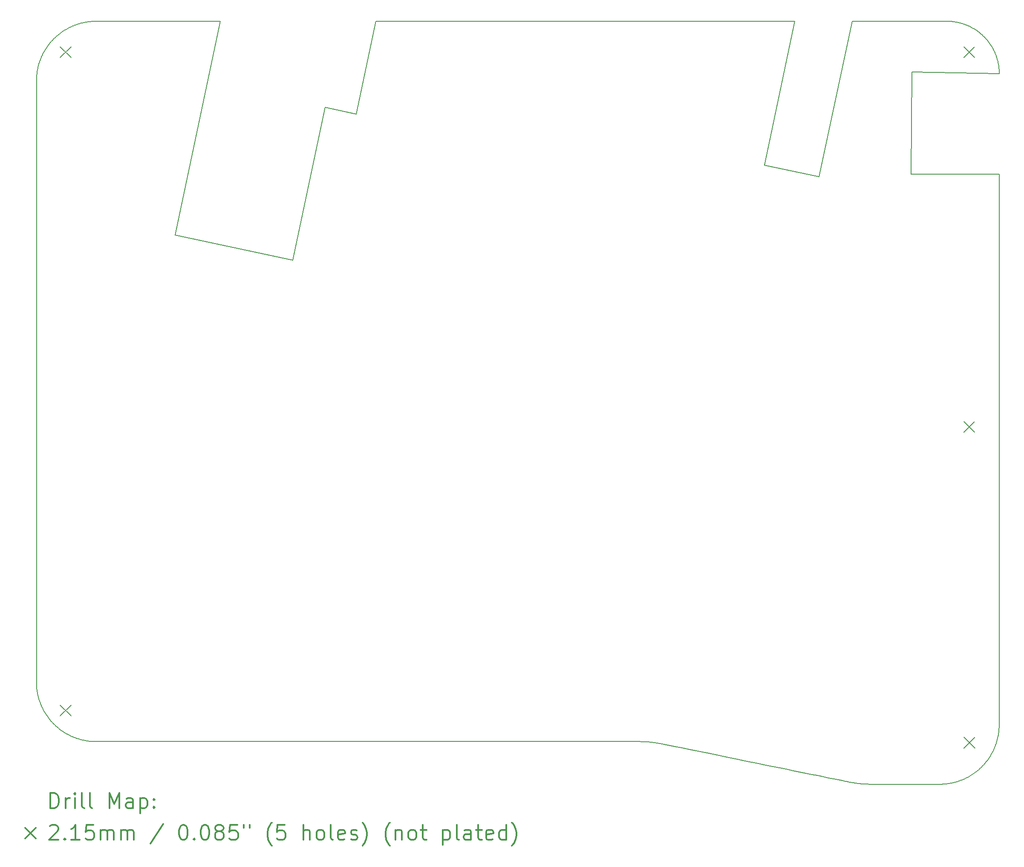
<source format=gbr>
%FSLAX45Y45*%
G04 Gerber Fmt 4.5, Leading zero omitted, Abs format (unit mm)*
G04 Created by KiCad (PCBNEW (5.1.5-0-10_14)) date 2020-04-18 18:05:54*
%MOMM*%
%LPD*%
G04 APERTURE LIST*
%TA.AperFunction,Profile*%
%ADD10C,0.200000*%
%TD*%
%ADD11C,0.200000*%
%ADD12C,0.300000*%
G04 APERTURE END LIST*
D10*
X19134126Y-3178679D02*
X19117707Y-5212163D01*
X20867126Y-3210013D02*
X19134126Y-3178679D01*
X20867126Y-3209981D02*
X20867126Y-3210013D01*
X1737571Y-3353928D02*
X1737750Y-3333131D01*
X1737750Y-3333131D02*
X1738244Y-3313610D01*
X1738244Y-3313610D02*
X1739053Y-3294167D01*
X1739053Y-3294167D02*
X1740203Y-3274336D01*
X1740203Y-3274336D02*
X1741639Y-3255063D01*
X1741639Y-3255063D02*
X1743427Y-3235409D01*
X1743427Y-3235409D02*
X1745427Y-3216779D01*
X1745427Y-3216779D02*
X1747713Y-3198235D01*
X1747713Y-3198235D02*
X1750217Y-3180242D01*
X1750217Y-3180242D02*
X1752914Y-3162794D01*
X1752914Y-3162794D02*
X1755945Y-3144975D01*
X1755945Y-3144975D02*
X1759153Y-3127701D01*
X1759153Y-3127701D02*
X1762516Y-3110967D01*
X1762516Y-3110967D02*
X1766113Y-3094319D01*
X1766113Y-3094319D02*
X1769942Y-3077759D01*
X1769942Y-3077759D02*
X1774003Y-3061288D01*
X1774003Y-3061288D02*
X1778292Y-3044908D01*
X1778292Y-3044908D02*
X1782808Y-3028622D01*
X1782808Y-3028622D02*
X1787549Y-3012431D01*
X1787549Y-3012431D02*
X1792377Y-2996770D01*
X1792377Y-2996770D02*
X1797271Y-2981633D01*
X1797271Y-2981633D02*
X1802363Y-2966586D01*
X1802363Y-2966586D02*
X1807650Y-2951631D01*
X1807650Y-2951631D02*
X1813291Y-2936344D01*
X1813291Y-2936344D02*
X1819134Y-2921158D01*
X1819134Y-2921158D02*
X1825351Y-2905655D01*
X1825351Y-2905655D02*
X1831426Y-2891091D01*
X1831426Y-2891091D02*
X1837506Y-2877037D01*
X1837506Y-2877037D02*
X1843763Y-2863078D01*
X1843763Y-2863078D02*
X1850193Y-2849216D01*
X1850193Y-2849216D02*
X1856797Y-2835451D01*
X1856797Y-2835451D02*
X1863572Y-2821784D01*
X1863572Y-2821784D02*
X1870931Y-2807424D01*
X1870931Y-2807424D02*
X1878478Y-2793177D01*
X1878478Y-2793177D02*
X1885562Y-2780220D01*
X1885562Y-2780220D02*
X1892801Y-2767361D01*
X1892801Y-2767361D02*
X1900422Y-2754217D01*
X1900422Y-2754217D02*
X1908901Y-2740035D01*
X1908901Y-2740035D02*
X1916624Y-2727495D01*
X1916624Y-2727495D02*
X1925463Y-2713559D01*
X1925463Y-2713559D02*
X1933750Y-2700870D01*
X1933750Y-2700870D02*
X1941945Y-2688662D01*
X1941945Y-2688662D02*
X1951306Y-2675102D01*
X1951306Y-2675102D02*
X1959810Y-2663124D01*
X1959810Y-2663124D02*
X1968459Y-2651257D01*
X1968459Y-2651257D02*
X1977250Y-2639502D01*
X1977250Y-2639502D02*
X1987275Y-2626456D01*
X1987275Y-2626456D02*
X1996365Y-2614943D01*
X1996365Y-2614943D02*
X2005312Y-2603889D01*
X2005312Y-2603889D02*
X2014674Y-2592605D01*
X2014674Y-2592605D02*
X2023883Y-2581776D01*
X2023883Y-2581776D02*
X2033219Y-2571059D01*
X2033219Y-2571059D02*
X2042680Y-2560456D01*
X2042680Y-2560456D02*
X2052266Y-2549967D01*
X2052266Y-2549967D02*
X2062282Y-2539273D01*
X2062282Y-2539273D02*
X2072118Y-2529022D01*
X2072118Y-2529022D02*
X2082075Y-2518888D01*
X2082075Y-2518888D02*
X2092153Y-2508875D01*
X2092153Y-2508875D02*
X2102349Y-2498982D01*
X2102349Y-2498982D02*
X2113311Y-2488604D01*
X2113311Y-2488604D02*
X2126377Y-2476572D01*
X2126377Y-2476572D02*
X2136958Y-2467087D01*
X2136958Y-2467087D02*
X2147654Y-2457728D01*
X2147654Y-2457728D02*
X2158462Y-2448495D01*
X2158462Y-2448495D02*
X2169725Y-2439108D01*
X2169725Y-2439108D02*
X2180758Y-2430137D01*
X2180758Y-2430137D02*
X2192251Y-2421022D01*
X2192251Y-2421022D02*
X2204212Y-2411777D01*
X2204212Y-2411777D02*
X2216294Y-2402681D01*
X2216294Y-2402681D02*
X2228133Y-2393999D01*
X2228133Y-2393999D02*
X2240812Y-2384946D01*
X2240812Y-2384946D02*
X2253982Y-2375806D01*
X2253982Y-2375806D02*
X2266168Y-2367581D01*
X2266168Y-2367581D02*
X2278460Y-2359503D01*
X2278460Y-2359503D02*
X2291235Y-2351336D01*
X2291235Y-2351336D02*
X2304882Y-2342864D01*
X2304882Y-2342864D02*
X2317500Y-2335256D01*
X2317500Y-2335256D02*
X2330219Y-2327801D01*
X2330219Y-2327801D02*
X2343039Y-2320500D01*
X2343039Y-2320500D02*
X2356351Y-2313141D01*
X2356351Y-2313141D02*
X2369371Y-2306157D01*
X2369371Y-2306157D02*
X2383285Y-2298924D01*
X2383285Y-2298924D02*
X2397306Y-2291870D01*
X2397306Y-2291870D02*
X2411028Y-2285190D01*
X2411028Y-2285190D02*
X2424848Y-2278683D01*
X2424848Y-2278683D02*
X2438764Y-2272350D01*
X2438764Y-2272350D02*
X2452776Y-2266191D01*
X2452776Y-2266191D02*
X2466882Y-2260209D01*
X2466882Y-2260209D02*
X2481081Y-2254405D01*
X2481081Y-2254405D02*
X2496214Y-2248454D01*
X2496214Y-2248454D02*
X2511872Y-2242550D01*
X2511872Y-2242550D02*
X2527208Y-2237012D01*
X2527208Y-2237012D02*
X2542641Y-2231680D01*
X2542641Y-2231680D02*
X2557737Y-2226695D01*
X2557737Y-2226695D02*
X2573356Y-2221774D01*
X2573356Y-2221774D02*
X2589068Y-2217063D01*
X2589068Y-2217063D02*
X2605311Y-2212444D01*
X2605311Y-2212444D02*
X2621648Y-2208050D01*
X2621648Y-2208050D02*
X2637632Y-2203994D01*
X2637632Y-2203994D02*
X2654597Y-2199949D01*
X2654597Y-2199949D02*
X2672105Y-2196051D01*
X2672105Y-2196051D02*
X2688805Y-2192593D01*
X2688805Y-2192593D02*
X2705589Y-2189371D01*
X2705589Y-2189371D02*
X2722914Y-2186308D01*
X2722914Y-2186308D02*
X2741243Y-2183356D01*
X2741243Y-2183356D02*
X2759203Y-2180749D01*
X2759203Y-2180749D02*
X2777712Y-2178356D01*
X2777712Y-2178356D02*
X2795845Y-2176298D01*
X2795845Y-2176298D02*
X2814526Y-2174471D01*
X2814526Y-2174471D02*
X2833292Y-2172935D01*
X2833292Y-2172935D02*
X2854973Y-2171531D01*
X2854973Y-2171531D02*
X2874385Y-2170609D01*
X2874385Y-2170609D02*
X2893878Y-2170000D01*
X2893878Y-2170000D02*
X2914406Y-2169699D01*
X2914406Y-2169699D02*
X2921826Y-2169677D01*
X1737571Y-15306857D02*
X1737571Y-3353928D01*
X17862326Y-17291649D02*
X17836064Y-17286291D01*
X17836064Y-17286291D02*
X17808639Y-17280696D01*
X17808639Y-17280696D02*
X17750401Y-17268816D01*
X17750401Y-17268816D02*
X17665478Y-17251491D01*
X17665478Y-17251491D02*
X17573145Y-17232654D01*
X17573145Y-17232654D02*
X17473951Y-17212418D01*
X17473951Y-17212418D02*
X17368445Y-17190893D01*
X17368445Y-17190893D02*
X17257175Y-17168193D01*
X17257175Y-17168193D02*
X17140691Y-17144428D01*
X17140691Y-17144428D02*
X17019541Y-17119712D01*
X17019541Y-17119712D02*
X16894274Y-17094155D01*
X16894274Y-17094155D02*
X16765440Y-17067871D01*
X16765440Y-17067871D02*
X16633587Y-17040970D01*
X16633587Y-17040970D02*
X16499263Y-17013566D01*
X16499263Y-17013566D02*
X16363019Y-16985769D01*
X16363019Y-16985769D02*
X16225402Y-16957692D01*
X16225402Y-16957692D02*
X16086962Y-16929448D01*
X16086962Y-16929448D02*
X15948248Y-16901147D01*
X15948248Y-16901147D02*
X15809808Y-16872902D01*
X15809808Y-16872902D02*
X15672191Y-16844825D01*
X15672191Y-16844825D02*
X15535947Y-16817028D01*
X15535947Y-16817028D02*
X15335011Y-16776032D01*
X15335011Y-16776032D02*
X15140936Y-16736436D01*
X15140936Y-16736436D02*
X15015669Y-16710878D01*
X15015669Y-16710878D02*
X14835042Y-16674025D01*
X14835042Y-16674025D02*
X14666765Y-16639691D01*
X14666765Y-16639691D02*
X14561259Y-16618165D01*
X14561259Y-16618165D02*
X14462065Y-16597926D01*
X14462065Y-16597926D02*
X14369732Y-16579087D01*
X14369732Y-16579087D02*
X14284809Y-16561760D01*
X14284809Y-16561760D02*
X14207845Y-16546056D01*
X14207845Y-16546056D02*
X14172885Y-16538923D01*
X18335839Y-17339464D02*
X18315572Y-17339376D01*
X18315572Y-17339376D02*
X18295718Y-17339123D01*
X18295718Y-17339123D02*
X18275755Y-17338701D01*
X18275755Y-17338701D02*
X18256206Y-17338125D01*
X18256206Y-17338125D02*
X18236085Y-17337362D01*
X18236085Y-17337362D02*
X18216903Y-17336476D01*
X18216903Y-17336476D02*
X18197614Y-17335428D01*
X18197614Y-17335428D02*
X18178105Y-17334207D01*
X18178105Y-17334207D02*
X18158608Y-17332825D01*
X18158608Y-17332825D02*
X18140051Y-17331359D01*
X18140051Y-17331359D02*
X18121275Y-17329727D01*
X18121275Y-17329727D02*
X18102745Y-17327968D01*
X18102745Y-17327968D02*
X18084461Y-17326088D01*
X18084461Y-17326088D02*
X18065960Y-17324040D01*
X18065960Y-17324040D02*
X18047360Y-17321832D01*
X18047360Y-17321832D02*
X18029238Y-17319537D01*
X18029238Y-17319537D02*
X18011249Y-17317119D01*
X18011249Y-17317119D02*
X17993278Y-17314562D01*
X17993278Y-17314562D02*
X17975555Y-17311903D01*
X17975555Y-17311903D02*
X17958080Y-17309146D01*
X17958080Y-17309146D02*
X17940624Y-17306259D01*
X17940624Y-17306259D02*
X17923188Y-17303241D01*
X17923188Y-17303241D02*
X17905772Y-17300092D01*
X17905772Y-17300092D02*
X17888605Y-17296856D01*
X17888605Y-17296856D02*
X17871004Y-17293402D01*
X17871004Y-17293402D02*
X17862326Y-17291649D01*
X19681023Y-17339464D02*
X18335839Y-17339464D01*
X19824970Y-2169677D02*
X19844924Y-2169864D01*
X19844924Y-2169864D02*
X19865414Y-2170447D01*
X19865414Y-2170447D02*
X19885387Y-2171399D01*
X19885387Y-2171399D02*
X19904435Y-2172661D01*
X19904435Y-2172661D02*
X19922978Y-2174225D01*
X19922978Y-2174225D02*
X19941835Y-2176156D01*
X19941835Y-2176156D02*
X19959779Y-2178316D01*
X19959779Y-2178316D02*
X19977628Y-2180778D01*
X19977628Y-2180778D02*
X19994977Y-2183475D01*
X19994977Y-2183475D02*
X20012230Y-2186455D01*
X20012230Y-2186455D02*
X20029386Y-2189718D01*
X20029386Y-2189718D02*
X20046045Y-2193173D01*
X20046045Y-2193173D02*
X20062606Y-2196893D01*
X20062606Y-2196893D02*
X20079458Y-2200972D01*
X20079458Y-2200972D02*
X20095425Y-2205115D01*
X20095425Y-2205115D02*
X20112835Y-2209944D01*
X20112835Y-2209944D02*
X20129738Y-2214948D01*
X20129738Y-2214948D02*
X20146521Y-2220229D01*
X20146521Y-2220229D02*
X20163180Y-2225784D01*
X20163180Y-2225784D02*
X20178965Y-2231340D01*
X20178965Y-2231340D02*
X20194261Y-2237001D01*
X20194261Y-2237001D02*
X20209074Y-2242746D01*
X20209074Y-2242746D02*
X20223411Y-2248557D01*
X20223411Y-2248557D02*
X20237641Y-2254575D01*
X20237641Y-2254575D02*
X20251582Y-2260715D01*
X20251582Y-2260715D02*
X20266131Y-2267386D01*
X20266131Y-2267386D02*
X20280027Y-2274014D01*
X20280027Y-2274014D02*
X20293457Y-2280663D01*
X20293457Y-2280663D02*
X20306777Y-2287499D01*
X20306777Y-2287499D02*
X20320331Y-2294706D01*
X20320331Y-2294706D02*
X20334794Y-2302683D01*
X20334794Y-2302683D02*
X20347758Y-2310092D01*
X20347758Y-2310092D02*
X20360605Y-2317680D01*
X20360605Y-2317680D02*
X20373333Y-2325445D01*
X20373333Y-2325445D02*
X20385941Y-2333387D01*
X20385941Y-2333387D02*
X20398099Y-2341287D01*
X20398099Y-2341287D02*
X20410140Y-2349351D01*
X20410140Y-2349351D02*
X20423023Y-2358250D01*
X20423023Y-2358250D02*
X20434815Y-2366650D01*
X20434815Y-2366650D02*
X20446484Y-2375208D01*
X20446484Y-2375208D02*
X20458650Y-2384399D01*
X20458650Y-2384399D02*
X20470369Y-2393520D01*
X20470369Y-2393520D02*
X20481651Y-2402558D01*
X20481651Y-2402558D02*
X20493105Y-2411999D01*
X20493105Y-2411999D02*
X20504716Y-2421853D01*
X20504716Y-2421853D02*
X20516473Y-2432132D01*
X20516473Y-2432132D02*
X20527497Y-2442057D01*
X20527497Y-2442057D02*
X20538094Y-2451868D01*
X20538094Y-2451868D02*
X20549677Y-2462909D01*
X20549677Y-2462909D02*
X20559984Y-2473022D01*
X20559984Y-2473022D02*
X20570150Y-2483277D01*
X20570150Y-2483277D02*
X20580174Y-2493670D01*
X20580174Y-2493670D02*
X20590055Y-2504202D01*
X20590055Y-2504202D02*
X20599791Y-2514870D01*
X20599791Y-2514870D02*
X20609637Y-2525966D01*
X20609637Y-2525966D02*
X20619327Y-2537202D01*
X20619327Y-2537202D02*
X20629108Y-2548879D01*
X20629108Y-2548879D02*
X20638231Y-2560089D01*
X20638231Y-2560089D02*
X20647442Y-2571736D01*
X20647442Y-2571736D02*
X20656254Y-2583205D01*
X20656254Y-2583205D02*
X20664909Y-2594799D01*
X20664909Y-2594799D02*
X20673862Y-2607153D01*
X20673862Y-2607153D02*
X20682191Y-2618998D01*
X20682191Y-2618998D02*
X20690797Y-2631614D01*
X20690797Y-2631614D02*
X20698794Y-2643705D01*
X20698794Y-2643705D02*
X20706835Y-2656244D01*
X20706835Y-2656244D02*
X20714907Y-2669239D01*
X20714907Y-2669239D02*
X20722593Y-2682023D01*
X20722593Y-2682023D02*
X20730100Y-2694924D01*
X20730100Y-2694924D02*
X20737427Y-2707943D01*
X20737427Y-2707943D02*
X20745498Y-2722812D01*
X20745498Y-2722812D02*
X20752435Y-2736073D01*
X20752435Y-2736073D02*
X20759187Y-2749445D01*
X20759187Y-2749445D02*
X20765751Y-2762926D01*
X20765751Y-2762926D02*
X20772951Y-2778311D01*
X20772951Y-2778311D02*
X20779270Y-2792382D01*
X20779270Y-2792382D02*
X20785848Y-2807658D01*
X20785848Y-2807658D02*
X20791743Y-2821954D01*
X20791743Y-2821954D02*
X20797861Y-2837468D01*
X20797861Y-2837468D02*
X20803873Y-2853477D01*
X20803873Y-2853477D02*
X20809367Y-2868855D01*
X20809367Y-2868855D02*
X20814500Y-2883965D01*
X20814500Y-2883965D02*
X20819767Y-2900324D01*
X20819767Y-2900324D02*
X20824657Y-2916414D01*
X20824657Y-2916414D02*
X20829186Y-2932226D01*
X20829186Y-2932226D02*
X20833572Y-2948529D01*
X20833572Y-2948529D02*
X20837748Y-2965132D01*
X20837748Y-2965132D02*
X20841657Y-2981840D01*
X20841657Y-2981840D02*
X20845339Y-2998848D01*
X20845339Y-2998848D02*
X20848666Y-3015559D01*
X20848666Y-3015559D02*
X20852073Y-3034372D01*
X20852073Y-3034372D02*
X20854893Y-3051685D01*
X20854893Y-3051685D02*
X20857483Y-3069499D01*
X20857483Y-3069499D02*
X20859772Y-3087408D01*
X20859772Y-3087408D02*
X20861880Y-3106643D01*
X20861880Y-3106643D02*
X20863570Y-3125155D01*
X20863570Y-3125155D02*
X20864990Y-3144589D01*
X20864990Y-3144589D02*
X20866033Y-3163703D01*
X20866033Y-3163703D02*
X20866744Y-3183326D01*
X20866744Y-3183326D02*
X20867094Y-3203460D01*
X20867094Y-3203460D02*
X20867126Y-3209981D01*
X2921826Y-16491108D02*
X2901984Y-16490945D01*
X2901984Y-16490945D02*
X2881508Y-16490434D01*
X2881508Y-16490434D02*
X2862066Y-16489626D01*
X2862066Y-16489626D02*
X2842234Y-16488475D01*
X2842234Y-16488475D02*
X2822961Y-16487040D01*
X2822961Y-16487040D02*
X2804241Y-16485344D01*
X2804241Y-16485344D02*
X2786071Y-16483412D01*
X2786071Y-16483412D02*
X2767984Y-16481207D01*
X2767984Y-16481207D02*
X2749521Y-16478664D01*
X2749521Y-16478664D02*
X2731608Y-16475913D01*
X2731608Y-16475913D02*
X2713329Y-16472814D01*
X2713329Y-16472814D02*
X2694692Y-16469349D01*
X2694692Y-16469349D02*
X2677963Y-16465974D01*
X2677963Y-16465974D02*
X2659973Y-16462061D01*
X2659973Y-16462061D02*
X2643425Y-16458201D01*
X2643425Y-16458201D02*
X2626080Y-16453882D01*
X2626080Y-16453882D02*
X2610158Y-16449670D01*
X2610158Y-16449670D02*
X2593887Y-16445117D01*
X2593887Y-16445117D02*
X2577711Y-16440340D01*
X2577711Y-16440340D02*
X2562066Y-16435477D01*
X2562066Y-16435477D02*
X2546083Y-16430261D01*
X2546083Y-16430261D02*
X2531057Y-16425124D01*
X2531057Y-16425124D02*
X2516123Y-16419793D01*
X2516123Y-16419793D02*
X2501281Y-16414268D01*
X2501281Y-16414268D02*
X2486114Y-16408385D01*
X2486114Y-16408385D02*
X2471466Y-16402472D01*
X2471466Y-16402472D02*
X2457330Y-16396547D01*
X2457330Y-16396547D02*
X2442875Y-16390263D01*
X2442875Y-16390263D02*
X2428113Y-16383606D01*
X2428113Y-16383606D02*
X2413459Y-16376754D01*
X2413459Y-16376754D02*
X2398513Y-16369510D01*
X2398513Y-16369510D02*
X2384483Y-16362471D01*
X2384483Y-16362471D02*
X2369371Y-16354626D01*
X2369371Y-16354626D02*
X2355958Y-16347429D01*
X2355958Y-16347429D02*
X2342649Y-16340065D01*
X2342649Y-16340065D02*
X2329832Y-16332759D01*
X2329832Y-16332759D02*
X2316732Y-16325071D01*
X2316732Y-16325071D02*
X2303740Y-16317221D01*
X2303740Y-16317221D02*
X2290858Y-16309209D01*
X2290858Y-16309209D02*
X2278086Y-16301038D01*
X2278086Y-16301038D02*
X2264685Y-16292214D01*
X2264685Y-16292214D02*
X2251411Y-16283214D01*
X2251411Y-16283214D02*
X2238630Y-16274297D01*
X2238630Y-16274297D02*
X2226692Y-16265740D01*
X2226692Y-16265740D02*
X2214153Y-16256508D01*
X2214153Y-16256508D02*
X2201387Y-16246845D01*
X2201387Y-16246845D02*
X2189803Y-16237840D01*
X2189803Y-16237840D02*
X2177298Y-16227857D01*
X2177298Y-16227857D02*
X2166299Y-16218845D01*
X2166299Y-16218845D02*
X2155411Y-16209704D01*
X2155411Y-16209704D02*
X2144634Y-16200436D01*
X2144634Y-16200436D02*
X2133970Y-16191041D01*
X2133970Y-16191041D02*
X2123421Y-16181521D01*
X2123421Y-16181521D02*
X2112015Y-16170966D01*
X2112015Y-16170966D02*
X2101708Y-16161187D01*
X2101708Y-16161187D02*
X2091519Y-16151287D01*
X2091519Y-16151287D02*
X2081449Y-16141266D01*
X2081449Y-16141266D02*
X2071500Y-16131125D01*
X2071500Y-16131125D02*
X2061366Y-16120544D01*
X2061366Y-16120544D02*
X2050460Y-16108858D01*
X2050460Y-16108858D02*
X2040897Y-16098348D01*
X2040897Y-16098348D02*
X2031458Y-16087724D01*
X2031458Y-16087724D02*
X2021858Y-16076649D01*
X2021858Y-16076649D02*
X2012677Y-16065795D01*
X2012677Y-16065795D02*
X2003625Y-16054830D01*
X2003625Y-16054830D02*
X1994425Y-16043408D01*
X1994425Y-16043408D02*
X1984820Y-16031167D01*
X1984820Y-16031167D02*
X1975909Y-16019508D01*
X1975909Y-16019508D02*
X1966876Y-16007377D01*
X1966876Y-16007377D02*
X1957995Y-15995128D01*
X1957995Y-15995128D02*
X1949267Y-15982762D01*
X1949267Y-15982762D02*
X1940943Y-15970648D01*
X1940943Y-15970648D02*
X1932767Y-15958427D01*
X1932767Y-15958427D02*
X1924739Y-15946099D01*
X1924739Y-15946099D02*
X1916624Y-15933288D01*
X1916624Y-15933288D02*
X1908901Y-15920749D01*
X1908901Y-15920749D02*
X1901102Y-15907721D01*
X1901102Y-15907721D02*
X1893689Y-15894974D01*
X1893689Y-15894974D02*
X1886431Y-15882128D01*
X1886431Y-15882128D02*
X1878903Y-15868394D01*
X1878903Y-15868394D02*
X1871552Y-15854551D01*
X1871552Y-15854551D02*
X1864583Y-15841000D01*
X1864583Y-15841000D02*
X1857585Y-15826946D01*
X1857585Y-15826946D02*
X1850769Y-15812786D01*
X1850769Y-15812786D02*
X1844323Y-15798932D01*
X1844323Y-15798932D02*
X1837870Y-15784570D01*
X1837870Y-15784570D02*
X1831602Y-15770108D01*
X1831602Y-15770108D02*
X1825693Y-15755963D01*
X1825693Y-15755963D02*
X1819465Y-15740466D01*
X1819465Y-15740466D02*
X1813610Y-15725285D01*
X1813610Y-15725285D02*
X1807804Y-15709579D01*
X1807804Y-15709579D02*
X1802511Y-15694626D01*
X1802511Y-15694626D02*
X1797271Y-15679150D01*
X1797271Y-15679150D02*
X1792103Y-15663146D01*
X1792103Y-15663146D02*
X1787287Y-15647480D01*
X1787287Y-15647480D02*
X1782558Y-15631284D01*
X1782558Y-15631284D02*
X1778054Y-15614992D01*
X1778054Y-15614992D02*
X1773890Y-15599052D01*
X1773890Y-15599052D02*
X1769836Y-15582579D01*
X1769836Y-15582579D02*
X1765913Y-15565567D01*
X1765913Y-15565567D02*
X1762235Y-15548463D01*
X1762235Y-15548463D02*
X1758891Y-15531722D01*
X1758891Y-15531722D02*
X1755622Y-15513985D01*
X1755622Y-15513985D02*
X1752692Y-15496615D01*
X1752692Y-15496615D02*
X1749947Y-15478700D01*
X1749947Y-15478700D02*
X1747412Y-15460235D01*
X1747412Y-15460235D02*
X1745214Y-15442146D01*
X1745214Y-15442146D02*
X1743289Y-15423974D01*
X1743289Y-15423974D02*
X1741562Y-15404783D01*
X1741562Y-15404783D02*
X1740141Y-15385505D01*
X1740141Y-15385505D02*
X1739029Y-15366143D01*
X1739029Y-15366143D02*
X1738213Y-15346224D01*
X1738213Y-15346224D02*
X1737734Y-15326698D01*
X1737734Y-15326698D02*
X1737571Y-15306857D01*
X13699403Y-16491108D02*
X2921826Y-16491108D01*
X14172885Y-16538923D02*
X14155069Y-16535357D01*
X14155069Y-16535357D02*
X14137915Y-16532059D01*
X14137915Y-16532059D02*
X14120855Y-16528909D01*
X14120855Y-16528909D02*
X14103775Y-16525884D01*
X14103775Y-16525884D02*
X14086331Y-16522928D01*
X14086331Y-16522928D02*
X14069097Y-16520139D01*
X14069097Y-16520139D02*
X14051385Y-16517408D01*
X14051385Y-16517408D02*
X14033769Y-16514828D01*
X14033769Y-16514828D02*
X14015675Y-16512318D01*
X14015675Y-16512318D02*
X13996293Y-16509788D01*
X13996293Y-16509788D02*
X13978278Y-16507582D01*
X13978278Y-16507582D02*
X13959092Y-16505386D01*
X13959092Y-16505386D02*
X13940930Y-16503454D01*
X13940930Y-16503454D02*
X13922290Y-16501618D01*
X13922290Y-16501618D02*
X13903521Y-16499919D01*
X13903521Y-16499919D02*
X13884970Y-16498387D01*
X13884970Y-16498387D02*
X13865478Y-16496937D01*
X13865478Y-16496937D02*
X13845974Y-16495647D01*
X13845974Y-16495647D02*
X13826691Y-16494530D01*
X13826691Y-16494530D02*
X13807515Y-16493576D01*
X13807515Y-16493576D02*
X13787282Y-16492738D01*
X13787282Y-16492738D02*
X13767855Y-16492097D01*
X13767855Y-16492097D02*
X13747373Y-16491593D01*
X13747373Y-16491593D02*
X13726885Y-16491267D01*
X13726885Y-16491267D02*
X13706390Y-16491118D01*
X13706390Y-16491118D02*
X13699403Y-16491108D01*
X5394049Y-2169677D02*
X5394049Y-2169677D01*
X2921826Y-2169677D02*
X5394049Y-2169677D01*
X19117707Y-5212163D02*
X20865278Y-5212163D01*
X16806727Y-2169677D02*
X16198949Y-5029050D01*
X8483639Y-2169677D02*
X16806727Y-2169677D01*
X8091874Y-4012746D02*
X8483639Y-2169677D01*
X7474570Y-3881553D02*
X8091874Y-4012746D01*
X6828408Y-6921439D02*
X7474570Y-3881553D01*
X4489698Y-6424332D02*
X6828408Y-6921439D01*
X5394049Y-2169677D02*
X4489698Y-6424332D01*
X20865278Y-16155212D02*
X20865090Y-16176485D01*
X20865090Y-16176485D02*
X20864588Y-16196005D01*
X20864588Y-16196005D02*
X20863748Y-16215918D01*
X20863748Y-16215918D02*
X20862614Y-16235274D01*
X20862614Y-16235274D02*
X20861209Y-16254076D01*
X20861209Y-16254076D02*
X20859513Y-16272796D01*
X20859513Y-16272796D02*
X20857581Y-16290966D01*
X20857581Y-16290966D02*
X20855135Y-16310904D01*
X20855135Y-16310904D02*
X20852564Y-16329357D01*
X20852564Y-16329357D02*
X20849860Y-16346803D01*
X20849860Y-16346803D02*
X20846903Y-16364164D01*
X20846903Y-16364164D02*
X20843695Y-16381438D01*
X20843695Y-16381438D02*
X20840332Y-16398172D01*
X20840332Y-16398172D02*
X20836735Y-16414820D01*
X20836735Y-16414820D02*
X20832905Y-16431381D01*
X20832905Y-16431381D02*
X20828733Y-16448295D01*
X20828733Y-16448295D02*
X20824556Y-16464231D01*
X20824556Y-16464231D02*
X20819915Y-16480956D01*
X20819915Y-16480956D02*
X20815299Y-16496708D01*
X20815299Y-16496708D02*
X20810471Y-16512369D01*
X20810471Y-16512369D02*
X20805577Y-16527506D01*
X20805577Y-16527506D02*
X20800485Y-16542553D01*
X20800485Y-16542553D02*
X20795198Y-16557508D01*
X20795198Y-16557508D02*
X20789558Y-16572795D01*
X20789558Y-16572795D02*
X20783879Y-16587561D01*
X20783879Y-16587561D02*
X20778009Y-16602231D01*
X20778009Y-16602231D02*
X20771951Y-16616804D01*
X20771951Y-16616804D02*
X20765885Y-16630866D01*
X20765885Y-16630866D02*
X20759644Y-16644833D01*
X20759644Y-16644833D02*
X20753229Y-16658704D01*
X20753229Y-16658704D02*
X20746248Y-16673285D01*
X20746248Y-16673285D02*
X20739478Y-16686954D01*
X20739478Y-16686954D02*
X20732124Y-16701318D01*
X20732124Y-16701318D02*
X20724582Y-16715567D01*
X20724582Y-16715567D02*
X20717286Y-16728919D01*
X20717286Y-16728919D02*
X20709381Y-16742942D01*
X20709381Y-16742942D02*
X20701745Y-16756077D01*
X20701745Y-16756077D02*
X20693948Y-16769104D01*
X20693948Y-16769104D02*
X20686224Y-16781644D01*
X20686224Y-16781644D02*
X20678109Y-16794455D01*
X20678109Y-16794455D02*
X20669590Y-16807526D01*
X20669590Y-16807526D02*
X20661404Y-16819741D01*
X20661404Y-16819741D02*
X20653072Y-16831848D01*
X20653072Y-16831848D02*
X20644076Y-16844569D01*
X20644076Y-16844569D02*
X20635445Y-16856449D01*
X20635445Y-16856449D02*
X20626671Y-16868218D01*
X20626671Y-16868218D02*
X20617756Y-16879874D01*
X20617756Y-16879874D02*
X20607592Y-16892807D01*
X20607592Y-16892807D02*
X20598380Y-16904219D01*
X20598380Y-16904219D02*
X20588745Y-16915854D01*
X20588745Y-16915854D02*
X20578095Y-16928373D01*
X20578095Y-16928373D02*
X20568748Y-16939079D01*
X20568748Y-16939079D02*
X20559275Y-16949672D01*
X20559275Y-16949672D02*
X20549676Y-16960149D01*
X20549676Y-16960149D02*
X20539955Y-16970510D01*
X20539955Y-16970510D02*
X20530111Y-16980755D01*
X20530111Y-16980755D02*
X20518579Y-16992452D01*
X20518579Y-16992452D02*
X20508475Y-17002439D01*
X20508475Y-17002439D02*
X20498253Y-17012306D01*
X20498253Y-17012306D02*
X20487914Y-17022050D01*
X20487914Y-17022050D02*
X20476472Y-17032567D01*
X20476472Y-17032567D02*
X20465890Y-17042052D01*
X20465890Y-17042052D02*
X20455194Y-17051411D01*
X20455194Y-17051411D02*
X20444386Y-17060644D01*
X20444386Y-17060644D02*
X20433123Y-17070031D01*
X20433123Y-17070031D02*
X20422090Y-17079002D01*
X20422090Y-17079002D02*
X20410597Y-17088117D01*
X20410597Y-17088117D02*
X20398283Y-17097632D01*
X20398283Y-17097632D02*
X20386197Y-17106723D01*
X20386197Y-17106723D02*
X20373993Y-17115662D01*
X20373993Y-17115662D02*
X20361672Y-17124449D01*
X20361672Y-17124449D02*
X20349234Y-17133082D01*
X20349234Y-17133082D02*
X20336681Y-17141559D01*
X20336681Y-17141559D02*
X20324388Y-17149636D01*
X20324388Y-17149636D02*
X20311990Y-17157565D01*
X20311990Y-17157565D02*
X20298347Y-17166043D01*
X20298347Y-17166043D02*
X20285348Y-17173884D01*
X20285348Y-17173884D02*
X20272242Y-17181562D01*
X20272242Y-17181562D02*
X20259419Y-17188858D01*
X20259419Y-17188858D02*
X20246497Y-17195998D01*
X20246497Y-17195998D02*
X20233477Y-17202982D01*
X20233477Y-17202982D02*
X20219563Y-17210215D01*
X20219563Y-17210215D02*
X20205944Y-17217071D01*
X20205944Y-17217071D02*
X20192226Y-17223755D01*
X20192226Y-17223755D02*
X20178409Y-17230267D01*
X20178409Y-17230267D02*
X20164495Y-17236606D01*
X20164495Y-17236606D02*
X20150486Y-17242769D01*
X20150486Y-17242769D02*
X20136382Y-17248757D01*
X20136382Y-17248757D02*
X20120929Y-17255070D01*
X20120929Y-17255070D02*
X20106212Y-17260847D01*
X20106212Y-17260847D02*
X20090976Y-17266589D01*
X20090976Y-17266589D02*
X20075640Y-17272127D01*
X20075640Y-17272127D02*
X20059777Y-17277605D01*
X20059777Y-17277605D02*
X20043814Y-17282863D01*
X20043814Y-17282863D02*
X20028186Y-17287766D01*
X20028186Y-17287766D02*
X20011590Y-17292713D01*
X20011590Y-17292713D02*
X19995775Y-17297182D01*
X19995775Y-17297182D02*
X19979871Y-17301436D01*
X19979871Y-17301436D02*
X19963880Y-17305473D01*
X19963880Y-17305473D02*
X19946012Y-17309704D01*
X19946012Y-17309704D02*
X19928942Y-17313473D01*
X19928942Y-17313473D02*
X19911327Y-17317084D01*
X19911327Y-17317084D02*
X19894074Y-17320352D01*
X19894074Y-17320352D02*
X19876734Y-17323368D01*
X19876734Y-17323368D02*
X19857929Y-17326340D01*
X19857929Y-17326340D02*
X19840413Y-17328829D01*
X19840413Y-17328829D02*
X19822351Y-17331118D01*
X19822351Y-17331118D02*
X19803740Y-17333182D01*
X19803740Y-17333182D02*
X19785044Y-17334958D01*
X19785044Y-17334958D02*
X19765322Y-17336509D01*
X19765322Y-17336509D02*
X19746457Y-17337686D01*
X19746457Y-17337686D02*
X19727039Y-17338586D01*
X19727039Y-17338586D02*
X19707541Y-17339172D01*
X19707541Y-17339172D02*
X19687486Y-17339446D01*
X19687486Y-17339446D02*
X19681023Y-17339464D01*
X20865278Y-5212163D02*
X20865278Y-16155212D01*
X17946112Y-2169677D02*
X19824970Y-2169677D01*
X17289077Y-5260761D02*
X17946112Y-2169677D01*
X16198949Y-5029050D02*
X17289077Y-5260761D01*
D11*
X20165764Y-16403516D02*
X20380764Y-16618516D01*
X20380764Y-16403516D02*
X20165764Y-16618516D01*
X2210504Y-2677356D02*
X2425504Y-2892356D01*
X2425504Y-2677356D02*
X2210504Y-2892356D01*
X20165256Y-2678372D02*
X20380256Y-2893372D01*
X20380256Y-2678372D02*
X20165256Y-2893372D01*
X20165256Y-10126668D02*
X20380256Y-10341668D01*
X20380256Y-10126668D02*
X20165256Y-10341668D01*
X2209996Y-15765468D02*
X2424996Y-15980468D01*
X2424996Y-15765468D02*
X2209996Y-15980468D01*
D12*
X2014000Y-17815178D02*
X2014000Y-17515178D01*
X2085428Y-17515178D01*
X2128286Y-17529464D01*
X2156857Y-17558035D01*
X2171143Y-17586606D01*
X2185429Y-17643749D01*
X2185429Y-17686606D01*
X2171143Y-17743749D01*
X2156857Y-17772321D01*
X2128286Y-17800892D01*
X2085428Y-17815178D01*
X2014000Y-17815178D01*
X2314000Y-17815178D02*
X2314000Y-17615178D01*
X2314000Y-17672321D02*
X2328286Y-17643749D01*
X2342571Y-17629464D01*
X2371143Y-17615178D01*
X2399714Y-17615178D01*
X2499714Y-17815178D02*
X2499714Y-17615178D01*
X2499714Y-17515178D02*
X2485429Y-17529464D01*
X2499714Y-17543749D01*
X2514000Y-17529464D01*
X2499714Y-17515178D01*
X2499714Y-17543749D01*
X2685429Y-17815178D02*
X2656857Y-17800892D01*
X2642571Y-17772321D01*
X2642571Y-17515178D01*
X2842571Y-17815178D02*
X2814000Y-17800892D01*
X2799714Y-17772321D01*
X2799714Y-17515178D01*
X3185428Y-17815178D02*
X3185428Y-17515178D01*
X3285428Y-17729464D01*
X3385428Y-17515178D01*
X3385428Y-17815178D01*
X3656857Y-17815178D02*
X3656857Y-17658035D01*
X3642571Y-17629464D01*
X3614000Y-17615178D01*
X3556857Y-17615178D01*
X3528286Y-17629464D01*
X3656857Y-17800892D02*
X3628286Y-17815178D01*
X3556857Y-17815178D01*
X3528286Y-17800892D01*
X3514000Y-17772321D01*
X3514000Y-17743749D01*
X3528286Y-17715178D01*
X3556857Y-17700892D01*
X3628286Y-17700892D01*
X3656857Y-17686606D01*
X3799714Y-17615178D02*
X3799714Y-17915178D01*
X3799714Y-17629464D02*
X3828286Y-17615178D01*
X3885428Y-17615178D01*
X3914000Y-17629464D01*
X3928286Y-17643749D01*
X3942571Y-17672321D01*
X3942571Y-17758035D01*
X3928286Y-17786606D01*
X3914000Y-17800892D01*
X3885428Y-17815178D01*
X3828286Y-17815178D01*
X3799714Y-17800892D01*
X4071143Y-17786606D02*
X4085428Y-17800892D01*
X4071143Y-17815178D01*
X4056857Y-17800892D01*
X4071143Y-17786606D01*
X4071143Y-17815178D01*
X4071143Y-17629464D02*
X4085428Y-17643749D01*
X4071143Y-17658035D01*
X4056857Y-17643749D01*
X4071143Y-17629464D01*
X4071143Y-17658035D01*
X1512571Y-18201964D02*
X1727571Y-18416964D01*
X1727571Y-18201964D02*
X1512571Y-18416964D01*
X1999714Y-18173749D02*
X2014000Y-18159464D01*
X2042571Y-18145178D01*
X2114000Y-18145178D01*
X2142571Y-18159464D01*
X2156857Y-18173749D01*
X2171143Y-18202321D01*
X2171143Y-18230892D01*
X2156857Y-18273749D01*
X1985428Y-18445178D01*
X2171143Y-18445178D01*
X2299714Y-18416606D02*
X2314000Y-18430892D01*
X2299714Y-18445178D01*
X2285429Y-18430892D01*
X2299714Y-18416606D01*
X2299714Y-18445178D01*
X2599714Y-18445178D02*
X2428286Y-18445178D01*
X2514000Y-18445178D02*
X2514000Y-18145178D01*
X2485429Y-18188035D01*
X2456857Y-18216606D01*
X2428286Y-18230892D01*
X2871143Y-18145178D02*
X2728286Y-18145178D01*
X2714000Y-18288035D01*
X2728286Y-18273749D01*
X2756857Y-18259464D01*
X2828286Y-18259464D01*
X2856857Y-18273749D01*
X2871143Y-18288035D01*
X2885428Y-18316606D01*
X2885428Y-18388035D01*
X2871143Y-18416606D01*
X2856857Y-18430892D01*
X2828286Y-18445178D01*
X2756857Y-18445178D01*
X2728286Y-18430892D01*
X2714000Y-18416606D01*
X3014000Y-18445178D02*
X3014000Y-18245178D01*
X3014000Y-18273749D02*
X3028286Y-18259464D01*
X3056857Y-18245178D01*
X3099714Y-18245178D01*
X3128286Y-18259464D01*
X3142571Y-18288035D01*
X3142571Y-18445178D01*
X3142571Y-18288035D02*
X3156857Y-18259464D01*
X3185428Y-18245178D01*
X3228286Y-18245178D01*
X3256857Y-18259464D01*
X3271143Y-18288035D01*
X3271143Y-18445178D01*
X3414000Y-18445178D02*
X3414000Y-18245178D01*
X3414000Y-18273749D02*
X3428286Y-18259464D01*
X3456857Y-18245178D01*
X3499714Y-18245178D01*
X3528286Y-18259464D01*
X3542571Y-18288035D01*
X3542571Y-18445178D01*
X3542571Y-18288035D02*
X3556857Y-18259464D01*
X3585428Y-18245178D01*
X3628286Y-18245178D01*
X3656857Y-18259464D01*
X3671143Y-18288035D01*
X3671143Y-18445178D01*
X4256857Y-18130892D02*
X3999714Y-18516606D01*
X4642571Y-18145178D02*
X4671143Y-18145178D01*
X4699714Y-18159464D01*
X4714000Y-18173749D01*
X4728286Y-18202321D01*
X4742571Y-18259464D01*
X4742571Y-18330892D01*
X4728286Y-18388035D01*
X4714000Y-18416606D01*
X4699714Y-18430892D01*
X4671143Y-18445178D01*
X4642571Y-18445178D01*
X4614000Y-18430892D01*
X4599714Y-18416606D01*
X4585429Y-18388035D01*
X4571143Y-18330892D01*
X4571143Y-18259464D01*
X4585429Y-18202321D01*
X4599714Y-18173749D01*
X4614000Y-18159464D01*
X4642571Y-18145178D01*
X4871143Y-18416606D02*
X4885429Y-18430892D01*
X4871143Y-18445178D01*
X4856857Y-18430892D01*
X4871143Y-18416606D01*
X4871143Y-18445178D01*
X5071143Y-18145178D02*
X5099714Y-18145178D01*
X5128286Y-18159464D01*
X5142571Y-18173749D01*
X5156857Y-18202321D01*
X5171143Y-18259464D01*
X5171143Y-18330892D01*
X5156857Y-18388035D01*
X5142571Y-18416606D01*
X5128286Y-18430892D01*
X5099714Y-18445178D01*
X5071143Y-18445178D01*
X5042571Y-18430892D01*
X5028286Y-18416606D01*
X5014000Y-18388035D01*
X4999714Y-18330892D01*
X4999714Y-18259464D01*
X5014000Y-18202321D01*
X5028286Y-18173749D01*
X5042571Y-18159464D01*
X5071143Y-18145178D01*
X5342571Y-18273749D02*
X5314000Y-18259464D01*
X5299714Y-18245178D01*
X5285429Y-18216606D01*
X5285429Y-18202321D01*
X5299714Y-18173749D01*
X5314000Y-18159464D01*
X5342571Y-18145178D01*
X5399714Y-18145178D01*
X5428286Y-18159464D01*
X5442571Y-18173749D01*
X5456857Y-18202321D01*
X5456857Y-18216606D01*
X5442571Y-18245178D01*
X5428286Y-18259464D01*
X5399714Y-18273749D01*
X5342571Y-18273749D01*
X5314000Y-18288035D01*
X5299714Y-18302321D01*
X5285429Y-18330892D01*
X5285429Y-18388035D01*
X5299714Y-18416606D01*
X5314000Y-18430892D01*
X5342571Y-18445178D01*
X5399714Y-18445178D01*
X5428286Y-18430892D01*
X5442571Y-18416606D01*
X5456857Y-18388035D01*
X5456857Y-18330892D01*
X5442571Y-18302321D01*
X5428286Y-18288035D01*
X5399714Y-18273749D01*
X5728286Y-18145178D02*
X5585429Y-18145178D01*
X5571143Y-18288035D01*
X5585429Y-18273749D01*
X5614000Y-18259464D01*
X5685428Y-18259464D01*
X5714000Y-18273749D01*
X5728286Y-18288035D01*
X5742571Y-18316606D01*
X5742571Y-18388035D01*
X5728286Y-18416606D01*
X5714000Y-18430892D01*
X5685428Y-18445178D01*
X5614000Y-18445178D01*
X5585429Y-18430892D01*
X5571143Y-18416606D01*
X5856857Y-18145178D02*
X5856857Y-18202321D01*
X5971143Y-18145178D02*
X5971143Y-18202321D01*
X6414000Y-18559464D02*
X6399714Y-18545178D01*
X6371143Y-18502321D01*
X6356857Y-18473749D01*
X6342571Y-18430892D01*
X6328286Y-18359464D01*
X6328286Y-18302321D01*
X6342571Y-18230892D01*
X6356857Y-18188035D01*
X6371143Y-18159464D01*
X6399714Y-18116606D01*
X6414000Y-18102321D01*
X6671143Y-18145178D02*
X6528286Y-18145178D01*
X6514000Y-18288035D01*
X6528286Y-18273749D01*
X6556857Y-18259464D01*
X6628286Y-18259464D01*
X6656857Y-18273749D01*
X6671143Y-18288035D01*
X6685428Y-18316606D01*
X6685428Y-18388035D01*
X6671143Y-18416606D01*
X6656857Y-18430892D01*
X6628286Y-18445178D01*
X6556857Y-18445178D01*
X6528286Y-18430892D01*
X6514000Y-18416606D01*
X7042571Y-18445178D02*
X7042571Y-18145178D01*
X7171143Y-18445178D02*
X7171143Y-18288035D01*
X7156857Y-18259464D01*
X7128286Y-18245178D01*
X7085428Y-18245178D01*
X7056857Y-18259464D01*
X7042571Y-18273749D01*
X7356857Y-18445178D02*
X7328286Y-18430892D01*
X7314000Y-18416606D01*
X7299714Y-18388035D01*
X7299714Y-18302321D01*
X7314000Y-18273749D01*
X7328286Y-18259464D01*
X7356857Y-18245178D01*
X7399714Y-18245178D01*
X7428286Y-18259464D01*
X7442571Y-18273749D01*
X7456857Y-18302321D01*
X7456857Y-18388035D01*
X7442571Y-18416606D01*
X7428286Y-18430892D01*
X7399714Y-18445178D01*
X7356857Y-18445178D01*
X7628286Y-18445178D02*
X7599714Y-18430892D01*
X7585428Y-18402321D01*
X7585428Y-18145178D01*
X7856857Y-18430892D02*
X7828286Y-18445178D01*
X7771143Y-18445178D01*
X7742571Y-18430892D01*
X7728286Y-18402321D01*
X7728286Y-18288035D01*
X7742571Y-18259464D01*
X7771143Y-18245178D01*
X7828286Y-18245178D01*
X7856857Y-18259464D01*
X7871143Y-18288035D01*
X7871143Y-18316606D01*
X7728286Y-18345178D01*
X7985428Y-18430892D02*
X8014000Y-18445178D01*
X8071143Y-18445178D01*
X8099714Y-18430892D01*
X8114000Y-18402321D01*
X8114000Y-18388035D01*
X8099714Y-18359464D01*
X8071143Y-18345178D01*
X8028286Y-18345178D01*
X7999714Y-18330892D01*
X7985428Y-18302321D01*
X7985428Y-18288035D01*
X7999714Y-18259464D01*
X8028286Y-18245178D01*
X8071143Y-18245178D01*
X8099714Y-18259464D01*
X8214000Y-18559464D02*
X8228286Y-18545178D01*
X8256857Y-18502321D01*
X8271143Y-18473749D01*
X8285428Y-18430892D01*
X8299714Y-18359464D01*
X8299714Y-18302321D01*
X8285428Y-18230892D01*
X8271143Y-18188035D01*
X8256857Y-18159464D01*
X8228286Y-18116606D01*
X8214000Y-18102321D01*
X8756857Y-18559464D02*
X8742571Y-18545178D01*
X8714000Y-18502321D01*
X8699714Y-18473749D01*
X8685429Y-18430892D01*
X8671143Y-18359464D01*
X8671143Y-18302321D01*
X8685429Y-18230892D01*
X8699714Y-18188035D01*
X8714000Y-18159464D01*
X8742571Y-18116606D01*
X8756857Y-18102321D01*
X8871143Y-18245178D02*
X8871143Y-18445178D01*
X8871143Y-18273749D02*
X8885429Y-18259464D01*
X8914000Y-18245178D01*
X8956857Y-18245178D01*
X8985429Y-18259464D01*
X8999714Y-18288035D01*
X8999714Y-18445178D01*
X9185429Y-18445178D02*
X9156857Y-18430892D01*
X9142571Y-18416606D01*
X9128286Y-18388035D01*
X9128286Y-18302321D01*
X9142571Y-18273749D01*
X9156857Y-18259464D01*
X9185429Y-18245178D01*
X9228286Y-18245178D01*
X9256857Y-18259464D01*
X9271143Y-18273749D01*
X9285429Y-18302321D01*
X9285429Y-18388035D01*
X9271143Y-18416606D01*
X9256857Y-18430892D01*
X9228286Y-18445178D01*
X9185429Y-18445178D01*
X9371143Y-18245178D02*
X9485429Y-18245178D01*
X9414000Y-18145178D02*
X9414000Y-18402321D01*
X9428286Y-18430892D01*
X9456857Y-18445178D01*
X9485429Y-18445178D01*
X9814000Y-18245178D02*
X9814000Y-18545178D01*
X9814000Y-18259464D02*
X9842571Y-18245178D01*
X9899714Y-18245178D01*
X9928286Y-18259464D01*
X9942571Y-18273749D01*
X9956857Y-18302321D01*
X9956857Y-18388035D01*
X9942571Y-18416606D01*
X9928286Y-18430892D01*
X9899714Y-18445178D01*
X9842571Y-18445178D01*
X9814000Y-18430892D01*
X10128286Y-18445178D02*
X10099714Y-18430892D01*
X10085429Y-18402321D01*
X10085429Y-18145178D01*
X10371143Y-18445178D02*
X10371143Y-18288035D01*
X10356857Y-18259464D01*
X10328286Y-18245178D01*
X10271143Y-18245178D01*
X10242571Y-18259464D01*
X10371143Y-18430892D02*
X10342571Y-18445178D01*
X10271143Y-18445178D01*
X10242571Y-18430892D01*
X10228286Y-18402321D01*
X10228286Y-18373749D01*
X10242571Y-18345178D01*
X10271143Y-18330892D01*
X10342571Y-18330892D01*
X10371143Y-18316606D01*
X10471143Y-18245178D02*
X10585429Y-18245178D01*
X10514000Y-18145178D02*
X10514000Y-18402321D01*
X10528286Y-18430892D01*
X10556857Y-18445178D01*
X10585429Y-18445178D01*
X10799714Y-18430892D02*
X10771143Y-18445178D01*
X10714000Y-18445178D01*
X10685429Y-18430892D01*
X10671143Y-18402321D01*
X10671143Y-18288035D01*
X10685429Y-18259464D01*
X10714000Y-18245178D01*
X10771143Y-18245178D01*
X10799714Y-18259464D01*
X10814000Y-18288035D01*
X10814000Y-18316606D01*
X10671143Y-18345178D01*
X11071143Y-18445178D02*
X11071143Y-18145178D01*
X11071143Y-18430892D02*
X11042571Y-18445178D01*
X10985429Y-18445178D01*
X10956857Y-18430892D01*
X10942571Y-18416606D01*
X10928286Y-18388035D01*
X10928286Y-18302321D01*
X10942571Y-18273749D01*
X10956857Y-18259464D01*
X10985429Y-18245178D01*
X11042571Y-18245178D01*
X11071143Y-18259464D01*
X11185428Y-18559464D02*
X11199714Y-18545178D01*
X11228286Y-18502321D01*
X11242571Y-18473749D01*
X11256857Y-18430892D01*
X11271143Y-18359464D01*
X11271143Y-18302321D01*
X11256857Y-18230892D01*
X11242571Y-18188035D01*
X11228286Y-18159464D01*
X11199714Y-18116606D01*
X11185428Y-18102321D01*
M02*

</source>
